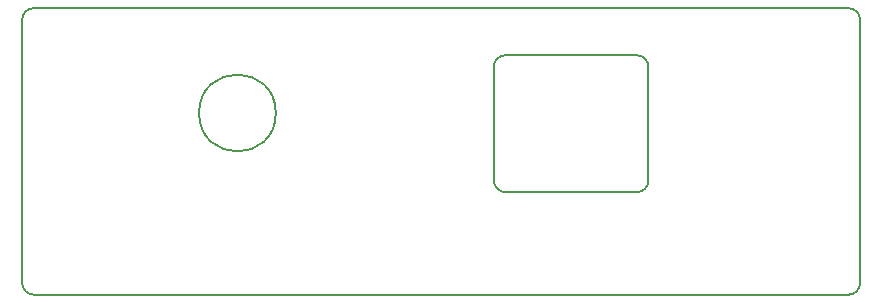
<source format=gbr>
%TF.GenerationSoftware,KiCad,Pcbnew,6.0.7-f9a2dced07~116~ubuntu20.04.1*%
%TF.CreationDate,2022-10-10T13:49:03-07:00*%
%TF.ProjectId,packaged-amp-panel-b,7061636b-6167-4656-942d-616d702d7061,rev?*%
%TF.SameCoordinates,Original*%
%TF.FileFunction,Profile,NP*%
%FSLAX46Y46*%
G04 Gerber Fmt 4.6, Leading zero omitted, Abs format (unit mm)*
G04 Created by KiCad (PCBNEW 6.0.7-f9a2dced07~116~ubuntu20.04.1) date 2022-10-10 13:49:03*
%MOMM*%
%LPD*%
G01*
G04 APERTURE LIST*
%TA.AperFunction,Profile*%
%ADD10C,0.200000*%
%TD*%
G04 APERTURE END LIST*
D10*
X93723398Y-117273398D02*
X162723398Y-117273398D01*
X133673398Y-96999998D02*
G75*
G03*
X132673398Y-98000000I2J-1000002D01*
G01*
X133673398Y-97000000D02*
X144773398Y-97000000D01*
X163696799Y-94000000D02*
G75*
G03*
X162723398Y-93026601I-973399J0D01*
G01*
X144773398Y-108600000D02*
X133673398Y-108600000D01*
X132673400Y-107600000D02*
G75*
G03*
X133673398Y-108600000I1000000J0D01*
G01*
X145773398Y-98000000D02*
X145773398Y-107600000D01*
X92750000Y-94000000D02*
X92750000Y-116300000D01*
X145773400Y-98000000D02*
G75*
G03*
X144773398Y-97000000I-1000000J0D01*
G01*
X132673398Y-107600000D02*
X132673398Y-98000000D01*
X162723398Y-93026601D02*
X93723398Y-93026601D01*
X114223398Y-101900000D02*
G75*
G03*
X114223398Y-101900000I-3250000J0D01*
G01*
X93723398Y-93026600D02*
G75*
G03*
X92750000Y-94000000I2J-973400D01*
G01*
X144773398Y-108599998D02*
G75*
G03*
X145773398Y-107600000I2J999998D01*
G01*
X163696796Y-116300000D02*
X163696796Y-94000000D01*
X92750002Y-116300000D02*
G75*
G03*
X93723398Y-117273398I973398J0D01*
G01*
X162723398Y-117273396D02*
G75*
G03*
X163696796Y-116300000I2J973396D01*
G01*
M02*

</source>
